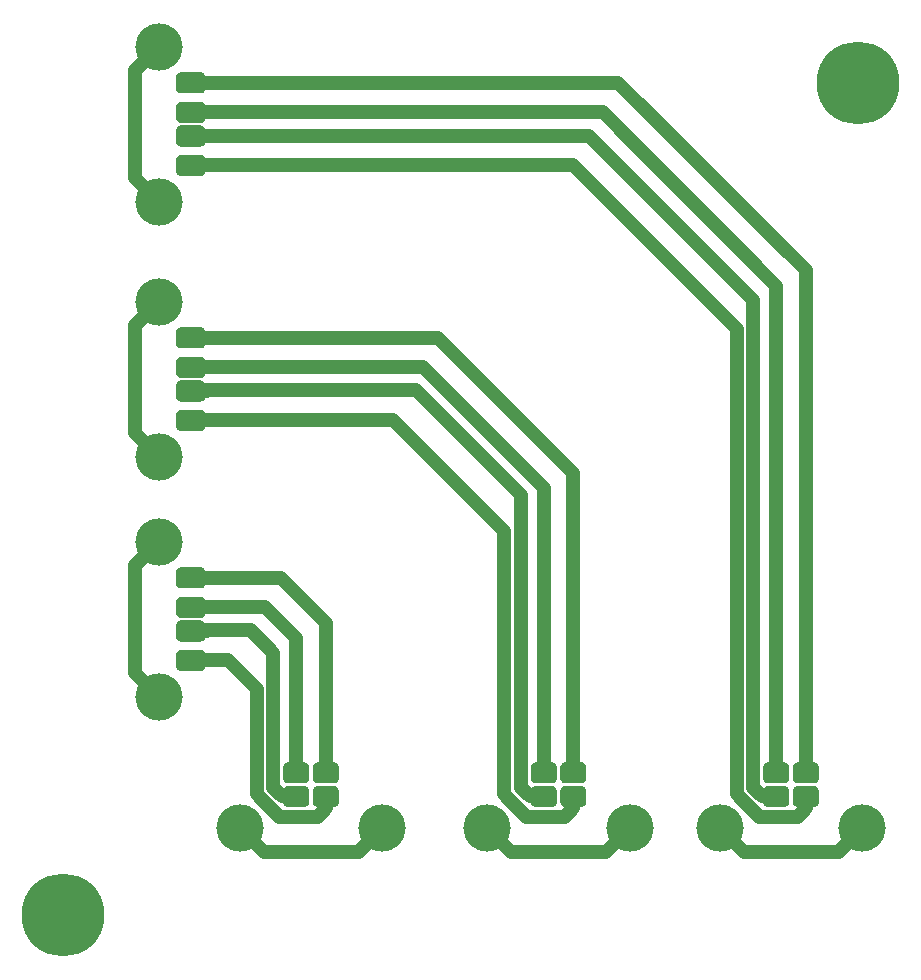
<source format=gbr>
G04 #@! TF.GenerationSoftware,KiCad,Pcbnew,(5.1.4)-1*
G04 #@! TF.CreationDate,2020-11-19T13:50:43+07:00*
G04 #@! TF.ProjectId,serial,73657269-616c-42e6-9b69-6361645f7063,rev?*
G04 #@! TF.SameCoordinates,Original*
G04 #@! TF.FileFunction,Copper,L2,Bot*
G04 #@! TF.FilePolarity,Positive*
%FSLAX46Y46*%
G04 Gerber Fmt 4.6, Leading zero omitted, Abs format (unit mm)*
G04 Created by KiCad (PCBNEW (5.1.4)-1) date 2020-11-19 13:50:43*
%MOMM*%
%LPD*%
G04 APERTURE LIST*
%ADD10C,4.000000*%
%ADD11C,0.100000*%
%ADD12C,1.800000*%
%ADD13C,7.000000*%
%ADD14C,1.200000*%
G04 APERTURE END LIST*
D10*
X72855000Y-83730000D03*
X72855000Y-70590000D03*
D11*
G36*
X76409108Y-72762167D02*
G01*
X76452791Y-72768647D01*
X76495628Y-72779377D01*
X76537208Y-72794254D01*
X76577129Y-72813135D01*
X76615007Y-72835839D01*
X76650477Y-72862145D01*
X76683198Y-72891802D01*
X76712855Y-72924523D01*
X76739161Y-72959993D01*
X76761865Y-72997871D01*
X76780746Y-73037792D01*
X76795623Y-73079372D01*
X76806353Y-73122209D01*
X76812833Y-73165892D01*
X76815000Y-73210000D01*
X76815000Y-74110000D01*
X76812833Y-74154108D01*
X76806353Y-74197791D01*
X76795623Y-74240628D01*
X76780746Y-74282208D01*
X76761865Y-74322129D01*
X76739161Y-74360007D01*
X76712855Y-74395477D01*
X76683198Y-74428198D01*
X76650477Y-74457855D01*
X76615007Y-74484161D01*
X76577129Y-74506865D01*
X76537208Y-74525746D01*
X76495628Y-74540623D01*
X76452791Y-74551353D01*
X76409108Y-74557833D01*
X76365000Y-74560000D01*
X74765000Y-74560000D01*
X74720892Y-74557833D01*
X74677209Y-74551353D01*
X74634372Y-74540623D01*
X74592792Y-74525746D01*
X74552871Y-74506865D01*
X74514993Y-74484161D01*
X74479523Y-74457855D01*
X74446802Y-74428198D01*
X74417145Y-74395477D01*
X74390839Y-74360007D01*
X74368135Y-74322129D01*
X74349254Y-74282208D01*
X74334377Y-74240628D01*
X74323647Y-74197791D01*
X74317167Y-74154108D01*
X74315000Y-74110000D01*
X74315000Y-73210000D01*
X74317167Y-73165892D01*
X74323647Y-73122209D01*
X74334377Y-73079372D01*
X74349254Y-73037792D01*
X74368135Y-72997871D01*
X74390839Y-72959993D01*
X74417145Y-72924523D01*
X74446802Y-72891802D01*
X74479523Y-72862145D01*
X74514993Y-72835839D01*
X74552871Y-72813135D01*
X74592792Y-72794254D01*
X74634372Y-72779377D01*
X74677209Y-72768647D01*
X74720892Y-72762167D01*
X74765000Y-72760000D01*
X76365000Y-72760000D01*
X76409108Y-72762167D01*
X76409108Y-72762167D01*
G37*
D12*
X75565000Y-73660000D03*
D11*
G36*
X76409108Y-75262167D02*
G01*
X76452791Y-75268647D01*
X76495628Y-75279377D01*
X76537208Y-75294254D01*
X76577129Y-75313135D01*
X76615007Y-75335839D01*
X76650477Y-75362145D01*
X76683198Y-75391802D01*
X76712855Y-75424523D01*
X76739161Y-75459993D01*
X76761865Y-75497871D01*
X76780746Y-75537792D01*
X76795623Y-75579372D01*
X76806353Y-75622209D01*
X76812833Y-75665892D01*
X76815000Y-75710000D01*
X76815000Y-76610000D01*
X76812833Y-76654108D01*
X76806353Y-76697791D01*
X76795623Y-76740628D01*
X76780746Y-76782208D01*
X76761865Y-76822129D01*
X76739161Y-76860007D01*
X76712855Y-76895477D01*
X76683198Y-76928198D01*
X76650477Y-76957855D01*
X76615007Y-76984161D01*
X76577129Y-77006865D01*
X76537208Y-77025746D01*
X76495628Y-77040623D01*
X76452791Y-77051353D01*
X76409108Y-77057833D01*
X76365000Y-77060000D01*
X74765000Y-77060000D01*
X74720892Y-77057833D01*
X74677209Y-77051353D01*
X74634372Y-77040623D01*
X74592792Y-77025746D01*
X74552871Y-77006865D01*
X74514993Y-76984161D01*
X74479523Y-76957855D01*
X74446802Y-76928198D01*
X74417145Y-76895477D01*
X74390839Y-76860007D01*
X74368135Y-76822129D01*
X74349254Y-76782208D01*
X74334377Y-76740628D01*
X74323647Y-76697791D01*
X74317167Y-76654108D01*
X74315000Y-76610000D01*
X74315000Y-75710000D01*
X74317167Y-75665892D01*
X74323647Y-75622209D01*
X74334377Y-75579372D01*
X74349254Y-75537792D01*
X74368135Y-75497871D01*
X74390839Y-75459993D01*
X74417145Y-75424523D01*
X74446802Y-75391802D01*
X74479523Y-75362145D01*
X74514993Y-75335839D01*
X74552871Y-75313135D01*
X74592792Y-75294254D01*
X74634372Y-75279377D01*
X74677209Y-75268647D01*
X74720892Y-75262167D01*
X74765000Y-75260000D01*
X76365000Y-75260000D01*
X76409108Y-75262167D01*
X76409108Y-75262167D01*
G37*
D12*
X75565000Y-76160000D03*
D11*
G36*
X76409108Y-77262167D02*
G01*
X76452791Y-77268647D01*
X76495628Y-77279377D01*
X76537208Y-77294254D01*
X76577129Y-77313135D01*
X76615007Y-77335839D01*
X76650477Y-77362145D01*
X76683198Y-77391802D01*
X76712855Y-77424523D01*
X76739161Y-77459993D01*
X76761865Y-77497871D01*
X76780746Y-77537792D01*
X76795623Y-77579372D01*
X76806353Y-77622209D01*
X76812833Y-77665892D01*
X76815000Y-77710000D01*
X76815000Y-78610000D01*
X76812833Y-78654108D01*
X76806353Y-78697791D01*
X76795623Y-78740628D01*
X76780746Y-78782208D01*
X76761865Y-78822129D01*
X76739161Y-78860007D01*
X76712855Y-78895477D01*
X76683198Y-78928198D01*
X76650477Y-78957855D01*
X76615007Y-78984161D01*
X76577129Y-79006865D01*
X76537208Y-79025746D01*
X76495628Y-79040623D01*
X76452791Y-79051353D01*
X76409108Y-79057833D01*
X76365000Y-79060000D01*
X74765000Y-79060000D01*
X74720892Y-79057833D01*
X74677209Y-79051353D01*
X74634372Y-79040623D01*
X74592792Y-79025746D01*
X74552871Y-79006865D01*
X74514993Y-78984161D01*
X74479523Y-78957855D01*
X74446802Y-78928198D01*
X74417145Y-78895477D01*
X74390839Y-78860007D01*
X74368135Y-78822129D01*
X74349254Y-78782208D01*
X74334377Y-78740628D01*
X74323647Y-78697791D01*
X74317167Y-78654108D01*
X74315000Y-78610000D01*
X74315000Y-77710000D01*
X74317167Y-77665892D01*
X74323647Y-77622209D01*
X74334377Y-77579372D01*
X74349254Y-77537792D01*
X74368135Y-77497871D01*
X74390839Y-77459993D01*
X74417145Y-77424523D01*
X74446802Y-77391802D01*
X74479523Y-77362145D01*
X74514993Y-77335839D01*
X74552871Y-77313135D01*
X74592792Y-77294254D01*
X74634372Y-77279377D01*
X74677209Y-77268647D01*
X74720892Y-77262167D01*
X74765000Y-77260000D01*
X76365000Y-77260000D01*
X76409108Y-77262167D01*
X76409108Y-77262167D01*
G37*
D12*
X75565000Y-78160000D03*
D11*
G36*
X76409108Y-79762167D02*
G01*
X76452791Y-79768647D01*
X76495628Y-79779377D01*
X76537208Y-79794254D01*
X76577129Y-79813135D01*
X76615007Y-79835839D01*
X76650477Y-79862145D01*
X76683198Y-79891802D01*
X76712855Y-79924523D01*
X76739161Y-79959993D01*
X76761865Y-79997871D01*
X76780746Y-80037792D01*
X76795623Y-80079372D01*
X76806353Y-80122209D01*
X76812833Y-80165892D01*
X76815000Y-80210000D01*
X76815000Y-81110000D01*
X76812833Y-81154108D01*
X76806353Y-81197791D01*
X76795623Y-81240628D01*
X76780746Y-81282208D01*
X76761865Y-81322129D01*
X76739161Y-81360007D01*
X76712855Y-81395477D01*
X76683198Y-81428198D01*
X76650477Y-81457855D01*
X76615007Y-81484161D01*
X76577129Y-81506865D01*
X76537208Y-81525746D01*
X76495628Y-81540623D01*
X76452791Y-81551353D01*
X76409108Y-81557833D01*
X76365000Y-81560000D01*
X74765000Y-81560000D01*
X74720892Y-81557833D01*
X74677209Y-81551353D01*
X74634372Y-81540623D01*
X74592792Y-81525746D01*
X74552871Y-81506865D01*
X74514993Y-81484161D01*
X74479523Y-81457855D01*
X74446802Y-81428198D01*
X74417145Y-81395477D01*
X74390839Y-81360007D01*
X74368135Y-81322129D01*
X74349254Y-81282208D01*
X74334377Y-81240628D01*
X74323647Y-81197791D01*
X74317167Y-81154108D01*
X74315000Y-81110000D01*
X74315000Y-80210000D01*
X74317167Y-80165892D01*
X74323647Y-80122209D01*
X74334377Y-80079372D01*
X74349254Y-80037792D01*
X74368135Y-79997871D01*
X74390839Y-79959993D01*
X74417145Y-79924523D01*
X74446802Y-79891802D01*
X74479523Y-79862145D01*
X74514993Y-79835839D01*
X74552871Y-79813135D01*
X74592792Y-79794254D01*
X74634372Y-79779377D01*
X74677209Y-79768647D01*
X74720892Y-79762167D01*
X74765000Y-79760000D01*
X76365000Y-79760000D01*
X76409108Y-79762167D01*
X76409108Y-79762167D01*
G37*
D12*
X75565000Y-80660000D03*
D11*
G36*
X87689108Y-89272167D02*
G01*
X87732791Y-89278647D01*
X87775628Y-89289377D01*
X87817208Y-89304254D01*
X87857129Y-89323135D01*
X87895007Y-89345839D01*
X87930477Y-89372145D01*
X87963198Y-89401802D01*
X87992855Y-89434523D01*
X88019161Y-89469993D01*
X88041865Y-89507871D01*
X88060746Y-89547792D01*
X88075623Y-89589372D01*
X88086353Y-89632209D01*
X88092833Y-89675892D01*
X88095000Y-89720000D01*
X88095000Y-90620000D01*
X88092833Y-90664108D01*
X88086353Y-90707791D01*
X88075623Y-90750628D01*
X88060746Y-90792208D01*
X88041865Y-90832129D01*
X88019161Y-90870007D01*
X87992855Y-90905477D01*
X87963198Y-90938198D01*
X87930477Y-90967855D01*
X87895007Y-90994161D01*
X87857129Y-91016865D01*
X87817208Y-91035746D01*
X87775628Y-91050623D01*
X87732791Y-91061353D01*
X87689108Y-91067833D01*
X87645000Y-91070000D01*
X86345000Y-91070000D01*
X86300892Y-91067833D01*
X86257209Y-91061353D01*
X86214372Y-91050623D01*
X86172792Y-91035746D01*
X86132871Y-91016865D01*
X86094993Y-90994161D01*
X86059523Y-90967855D01*
X86026802Y-90938198D01*
X85997145Y-90905477D01*
X85970839Y-90870007D01*
X85948135Y-90832129D01*
X85929254Y-90792208D01*
X85914377Y-90750628D01*
X85903647Y-90707791D01*
X85897167Y-90664108D01*
X85895000Y-90620000D01*
X85895000Y-89720000D01*
X85897167Y-89675892D01*
X85903647Y-89632209D01*
X85914377Y-89589372D01*
X85929254Y-89547792D01*
X85948135Y-89507871D01*
X85970839Y-89469993D01*
X85997145Y-89434523D01*
X86026802Y-89401802D01*
X86059523Y-89372145D01*
X86094993Y-89345839D01*
X86132871Y-89323135D01*
X86172792Y-89304254D01*
X86214372Y-89289377D01*
X86257209Y-89278647D01*
X86300892Y-89272167D01*
X86345000Y-89270000D01*
X87645000Y-89270000D01*
X87689108Y-89272167D01*
X87689108Y-89272167D01*
G37*
D12*
X86995000Y-90170000D03*
D11*
G36*
X85189108Y-89272167D02*
G01*
X85232791Y-89278647D01*
X85275628Y-89289377D01*
X85317208Y-89304254D01*
X85357129Y-89323135D01*
X85395007Y-89345839D01*
X85430477Y-89372145D01*
X85463198Y-89401802D01*
X85492855Y-89434523D01*
X85519161Y-89469993D01*
X85541865Y-89507871D01*
X85560746Y-89547792D01*
X85575623Y-89589372D01*
X85586353Y-89632209D01*
X85592833Y-89675892D01*
X85595000Y-89720000D01*
X85595000Y-90620000D01*
X85592833Y-90664108D01*
X85586353Y-90707791D01*
X85575623Y-90750628D01*
X85560746Y-90792208D01*
X85541865Y-90832129D01*
X85519161Y-90870007D01*
X85492855Y-90905477D01*
X85463198Y-90938198D01*
X85430477Y-90967855D01*
X85395007Y-90994161D01*
X85357129Y-91016865D01*
X85317208Y-91035746D01*
X85275628Y-91050623D01*
X85232791Y-91061353D01*
X85189108Y-91067833D01*
X85145000Y-91070000D01*
X83845000Y-91070000D01*
X83800892Y-91067833D01*
X83757209Y-91061353D01*
X83714372Y-91050623D01*
X83672792Y-91035746D01*
X83632871Y-91016865D01*
X83594993Y-90994161D01*
X83559523Y-90967855D01*
X83526802Y-90938198D01*
X83497145Y-90905477D01*
X83470839Y-90870007D01*
X83448135Y-90832129D01*
X83429254Y-90792208D01*
X83414377Y-90750628D01*
X83403647Y-90707791D01*
X83397167Y-90664108D01*
X83395000Y-90620000D01*
X83395000Y-89720000D01*
X83397167Y-89675892D01*
X83403647Y-89632209D01*
X83414377Y-89589372D01*
X83429254Y-89547792D01*
X83448135Y-89507871D01*
X83470839Y-89469993D01*
X83497145Y-89434523D01*
X83526802Y-89401802D01*
X83559523Y-89372145D01*
X83594993Y-89345839D01*
X83632871Y-89323135D01*
X83672792Y-89304254D01*
X83714372Y-89289377D01*
X83757209Y-89278647D01*
X83800892Y-89272167D01*
X83845000Y-89270000D01*
X85145000Y-89270000D01*
X85189108Y-89272167D01*
X85189108Y-89272167D01*
G37*
D12*
X84495000Y-90170000D03*
D11*
G36*
X85189108Y-91272167D02*
G01*
X85232791Y-91278647D01*
X85275628Y-91289377D01*
X85317208Y-91304254D01*
X85357129Y-91323135D01*
X85395007Y-91345839D01*
X85430477Y-91372145D01*
X85463198Y-91401802D01*
X85492855Y-91434523D01*
X85519161Y-91469993D01*
X85541865Y-91507871D01*
X85560746Y-91547792D01*
X85575623Y-91589372D01*
X85586353Y-91632209D01*
X85592833Y-91675892D01*
X85595000Y-91720000D01*
X85595000Y-92620000D01*
X85592833Y-92664108D01*
X85586353Y-92707791D01*
X85575623Y-92750628D01*
X85560746Y-92792208D01*
X85541865Y-92832129D01*
X85519161Y-92870007D01*
X85492855Y-92905477D01*
X85463198Y-92938198D01*
X85430477Y-92967855D01*
X85395007Y-92994161D01*
X85357129Y-93016865D01*
X85317208Y-93035746D01*
X85275628Y-93050623D01*
X85232791Y-93061353D01*
X85189108Y-93067833D01*
X85145000Y-93070000D01*
X83845000Y-93070000D01*
X83800892Y-93067833D01*
X83757209Y-93061353D01*
X83714372Y-93050623D01*
X83672792Y-93035746D01*
X83632871Y-93016865D01*
X83594993Y-92994161D01*
X83559523Y-92967855D01*
X83526802Y-92938198D01*
X83497145Y-92905477D01*
X83470839Y-92870007D01*
X83448135Y-92832129D01*
X83429254Y-92792208D01*
X83414377Y-92750628D01*
X83403647Y-92707791D01*
X83397167Y-92664108D01*
X83395000Y-92620000D01*
X83395000Y-91720000D01*
X83397167Y-91675892D01*
X83403647Y-91632209D01*
X83414377Y-91589372D01*
X83429254Y-91547792D01*
X83448135Y-91507871D01*
X83470839Y-91469993D01*
X83497145Y-91434523D01*
X83526802Y-91401802D01*
X83559523Y-91372145D01*
X83594993Y-91345839D01*
X83632871Y-91323135D01*
X83672792Y-91304254D01*
X83714372Y-91289377D01*
X83757209Y-91278647D01*
X83800892Y-91272167D01*
X83845000Y-91270000D01*
X85145000Y-91270000D01*
X85189108Y-91272167D01*
X85189108Y-91272167D01*
G37*
D12*
X84495000Y-92170000D03*
D11*
G36*
X87689108Y-91272167D02*
G01*
X87732791Y-91278647D01*
X87775628Y-91289377D01*
X87817208Y-91304254D01*
X87857129Y-91323135D01*
X87895007Y-91345839D01*
X87930477Y-91372145D01*
X87963198Y-91401802D01*
X87992855Y-91434523D01*
X88019161Y-91469993D01*
X88041865Y-91507871D01*
X88060746Y-91547792D01*
X88075623Y-91589372D01*
X88086353Y-91632209D01*
X88092833Y-91675892D01*
X88095000Y-91720000D01*
X88095000Y-92620000D01*
X88092833Y-92664108D01*
X88086353Y-92707791D01*
X88075623Y-92750628D01*
X88060746Y-92792208D01*
X88041865Y-92832129D01*
X88019161Y-92870007D01*
X87992855Y-92905477D01*
X87963198Y-92938198D01*
X87930477Y-92967855D01*
X87895007Y-92994161D01*
X87857129Y-93016865D01*
X87817208Y-93035746D01*
X87775628Y-93050623D01*
X87732791Y-93061353D01*
X87689108Y-93067833D01*
X87645000Y-93070000D01*
X86345000Y-93070000D01*
X86300892Y-93067833D01*
X86257209Y-93061353D01*
X86214372Y-93050623D01*
X86172792Y-93035746D01*
X86132871Y-93016865D01*
X86094993Y-92994161D01*
X86059523Y-92967855D01*
X86026802Y-92938198D01*
X85997145Y-92905477D01*
X85970839Y-92870007D01*
X85948135Y-92832129D01*
X85929254Y-92792208D01*
X85914377Y-92750628D01*
X85903647Y-92707791D01*
X85897167Y-92664108D01*
X85895000Y-92620000D01*
X85895000Y-91720000D01*
X85897167Y-91675892D01*
X85903647Y-91632209D01*
X85914377Y-91589372D01*
X85929254Y-91547792D01*
X85948135Y-91507871D01*
X85970839Y-91469993D01*
X85997145Y-91434523D01*
X86026802Y-91401802D01*
X86059523Y-91372145D01*
X86094993Y-91345839D01*
X86132871Y-91323135D01*
X86172792Y-91304254D01*
X86214372Y-91289377D01*
X86257209Y-91278647D01*
X86300892Y-91272167D01*
X86345000Y-91270000D01*
X87645000Y-91270000D01*
X87689108Y-91272167D01*
X87689108Y-91272167D01*
G37*
D12*
X86995000Y-92170000D03*
D10*
X91765000Y-94880000D03*
X79725000Y-94880000D03*
D11*
G36*
X76409108Y-59442167D02*
G01*
X76452791Y-59448647D01*
X76495628Y-59459377D01*
X76537208Y-59474254D01*
X76577129Y-59493135D01*
X76615007Y-59515839D01*
X76650477Y-59542145D01*
X76683198Y-59571802D01*
X76712855Y-59604523D01*
X76739161Y-59639993D01*
X76761865Y-59677871D01*
X76780746Y-59717792D01*
X76795623Y-59759372D01*
X76806353Y-59802209D01*
X76812833Y-59845892D01*
X76815000Y-59890000D01*
X76815000Y-60790000D01*
X76812833Y-60834108D01*
X76806353Y-60877791D01*
X76795623Y-60920628D01*
X76780746Y-60962208D01*
X76761865Y-61002129D01*
X76739161Y-61040007D01*
X76712855Y-61075477D01*
X76683198Y-61108198D01*
X76650477Y-61137855D01*
X76615007Y-61164161D01*
X76577129Y-61186865D01*
X76537208Y-61205746D01*
X76495628Y-61220623D01*
X76452791Y-61231353D01*
X76409108Y-61237833D01*
X76365000Y-61240000D01*
X74765000Y-61240000D01*
X74720892Y-61237833D01*
X74677209Y-61231353D01*
X74634372Y-61220623D01*
X74592792Y-61205746D01*
X74552871Y-61186865D01*
X74514993Y-61164161D01*
X74479523Y-61137855D01*
X74446802Y-61108198D01*
X74417145Y-61075477D01*
X74390839Y-61040007D01*
X74368135Y-61002129D01*
X74349254Y-60962208D01*
X74334377Y-60920628D01*
X74323647Y-60877791D01*
X74317167Y-60834108D01*
X74315000Y-60790000D01*
X74315000Y-59890000D01*
X74317167Y-59845892D01*
X74323647Y-59802209D01*
X74334377Y-59759372D01*
X74349254Y-59717792D01*
X74368135Y-59677871D01*
X74390839Y-59639993D01*
X74417145Y-59604523D01*
X74446802Y-59571802D01*
X74479523Y-59542145D01*
X74514993Y-59515839D01*
X74552871Y-59493135D01*
X74592792Y-59474254D01*
X74634372Y-59459377D01*
X74677209Y-59448647D01*
X74720892Y-59442167D01*
X74765000Y-59440000D01*
X76365000Y-59440000D01*
X76409108Y-59442167D01*
X76409108Y-59442167D01*
G37*
D12*
X75565000Y-60340000D03*
D11*
G36*
X76409108Y-56942167D02*
G01*
X76452791Y-56948647D01*
X76495628Y-56959377D01*
X76537208Y-56974254D01*
X76577129Y-56993135D01*
X76615007Y-57015839D01*
X76650477Y-57042145D01*
X76683198Y-57071802D01*
X76712855Y-57104523D01*
X76739161Y-57139993D01*
X76761865Y-57177871D01*
X76780746Y-57217792D01*
X76795623Y-57259372D01*
X76806353Y-57302209D01*
X76812833Y-57345892D01*
X76815000Y-57390000D01*
X76815000Y-58290000D01*
X76812833Y-58334108D01*
X76806353Y-58377791D01*
X76795623Y-58420628D01*
X76780746Y-58462208D01*
X76761865Y-58502129D01*
X76739161Y-58540007D01*
X76712855Y-58575477D01*
X76683198Y-58608198D01*
X76650477Y-58637855D01*
X76615007Y-58664161D01*
X76577129Y-58686865D01*
X76537208Y-58705746D01*
X76495628Y-58720623D01*
X76452791Y-58731353D01*
X76409108Y-58737833D01*
X76365000Y-58740000D01*
X74765000Y-58740000D01*
X74720892Y-58737833D01*
X74677209Y-58731353D01*
X74634372Y-58720623D01*
X74592792Y-58705746D01*
X74552871Y-58686865D01*
X74514993Y-58664161D01*
X74479523Y-58637855D01*
X74446802Y-58608198D01*
X74417145Y-58575477D01*
X74390839Y-58540007D01*
X74368135Y-58502129D01*
X74349254Y-58462208D01*
X74334377Y-58420628D01*
X74323647Y-58377791D01*
X74317167Y-58334108D01*
X74315000Y-58290000D01*
X74315000Y-57390000D01*
X74317167Y-57345892D01*
X74323647Y-57302209D01*
X74334377Y-57259372D01*
X74349254Y-57217792D01*
X74368135Y-57177871D01*
X74390839Y-57139993D01*
X74417145Y-57104523D01*
X74446802Y-57071802D01*
X74479523Y-57042145D01*
X74514993Y-57015839D01*
X74552871Y-56993135D01*
X74592792Y-56974254D01*
X74634372Y-56959377D01*
X74677209Y-56948647D01*
X74720892Y-56942167D01*
X74765000Y-56940000D01*
X76365000Y-56940000D01*
X76409108Y-56942167D01*
X76409108Y-56942167D01*
G37*
D12*
X75565000Y-57840000D03*
D11*
G36*
X76409108Y-54942167D02*
G01*
X76452791Y-54948647D01*
X76495628Y-54959377D01*
X76537208Y-54974254D01*
X76577129Y-54993135D01*
X76615007Y-55015839D01*
X76650477Y-55042145D01*
X76683198Y-55071802D01*
X76712855Y-55104523D01*
X76739161Y-55139993D01*
X76761865Y-55177871D01*
X76780746Y-55217792D01*
X76795623Y-55259372D01*
X76806353Y-55302209D01*
X76812833Y-55345892D01*
X76815000Y-55390000D01*
X76815000Y-56290000D01*
X76812833Y-56334108D01*
X76806353Y-56377791D01*
X76795623Y-56420628D01*
X76780746Y-56462208D01*
X76761865Y-56502129D01*
X76739161Y-56540007D01*
X76712855Y-56575477D01*
X76683198Y-56608198D01*
X76650477Y-56637855D01*
X76615007Y-56664161D01*
X76577129Y-56686865D01*
X76537208Y-56705746D01*
X76495628Y-56720623D01*
X76452791Y-56731353D01*
X76409108Y-56737833D01*
X76365000Y-56740000D01*
X74765000Y-56740000D01*
X74720892Y-56737833D01*
X74677209Y-56731353D01*
X74634372Y-56720623D01*
X74592792Y-56705746D01*
X74552871Y-56686865D01*
X74514993Y-56664161D01*
X74479523Y-56637855D01*
X74446802Y-56608198D01*
X74417145Y-56575477D01*
X74390839Y-56540007D01*
X74368135Y-56502129D01*
X74349254Y-56462208D01*
X74334377Y-56420628D01*
X74323647Y-56377791D01*
X74317167Y-56334108D01*
X74315000Y-56290000D01*
X74315000Y-55390000D01*
X74317167Y-55345892D01*
X74323647Y-55302209D01*
X74334377Y-55259372D01*
X74349254Y-55217792D01*
X74368135Y-55177871D01*
X74390839Y-55139993D01*
X74417145Y-55104523D01*
X74446802Y-55071802D01*
X74479523Y-55042145D01*
X74514993Y-55015839D01*
X74552871Y-54993135D01*
X74592792Y-54974254D01*
X74634372Y-54959377D01*
X74677209Y-54948647D01*
X74720892Y-54942167D01*
X74765000Y-54940000D01*
X76365000Y-54940000D01*
X76409108Y-54942167D01*
X76409108Y-54942167D01*
G37*
D12*
X75565000Y-55840000D03*
D11*
G36*
X76409108Y-52442167D02*
G01*
X76452791Y-52448647D01*
X76495628Y-52459377D01*
X76537208Y-52474254D01*
X76577129Y-52493135D01*
X76615007Y-52515839D01*
X76650477Y-52542145D01*
X76683198Y-52571802D01*
X76712855Y-52604523D01*
X76739161Y-52639993D01*
X76761865Y-52677871D01*
X76780746Y-52717792D01*
X76795623Y-52759372D01*
X76806353Y-52802209D01*
X76812833Y-52845892D01*
X76815000Y-52890000D01*
X76815000Y-53790000D01*
X76812833Y-53834108D01*
X76806353Y-53877791D01*
X76795623Y-53920628D01*
X76780746Y-53962208D01*
X76761865Y-54002129D01*
X76739161Y-54040007D01*
X76712855Y-54075477D01*
X76683198Y-54108198D01*
X76650477Y-54137855D01*
X76615007Y-54164161D01*
X76577129Y-54186865D01*
X76537208Y-54205746D01*
X76495628Y-54220623D01*
X76452791Y-54231353D01*
X76409108Y-54237833D01*
X76365000Y-54240000D01*
X74765000Y-54240000D01*
X74720892Y-54237833D01*
X74677209Y-54231353D01*
X74634372Y-54220623D01*
X74592792Y-54205746D01*
X74552871Y-54186865D01*
X74514993Y-54164161D01*
X74479523Y-54137855D01*
X74446802Y-54108198D01*
X74417145Y-54075477D01*
X74390839Y-54040007D01*
X74368135Y-54002129D01*
X74349254Y-53962208D01*
X74334377Y-53920628D01*
X74323647Y-53877791D01*
X74317167Y-53834108D01*
X74315000Y-53790000D01*
X74315000Y-52890000D01*
X74317167Y-52845892D01*
X74323647Y-52802209D01*
X74334377Y-52759372D01*
X74349254Y-52717792D01*
X74368135Y-52677871D01*
X74390839Y-52639993D01*
X74417145Y-52604523D01*
X74446802Y-52571802D01*
X74479523Y-52542145D01*
X74514993Y-52515839D01*
X74552871Y-52493135D01*
X74592792Y-52474254D01*
X74634372Y-52459377D01*
X74677209Y-52448647D01*
X74720892Y-52442167D01*
X74765000Y-52440000D01*
X76365000Y-52440000D01*
X76409108Y-52442167D01*
X76409108Y-52442167D01*
G37*
D12*
X75565000Y-53340000D03*
D10*
X72855000Y-50270000D03*
X72855000Y-63410000D03*
X72855000Y-41820000D03*
X72855000Y-28680000D03*
D11*
G36*
X76409108Y-30852167D02*
G01*
X76452791Y-30858647D01*
X76495628Y-30869377D01*
X76537208Y-30884254D01*
X76577129Y-30903135D01*
X76615007Y-30925839D01*
X76650477Y-30952145D01*
X76683198Y-30981802D01*
X76712855Y-31014523D01*
X76739161Y-31049993D01*
X76761865Y-31087871D01*
X76780746Y-31127792D01*
X76795623Y-31169372D01*
X76806353Y-31212209D01*
X76812833Y-31255892D01*
X76815000Y-31300000D01*
X76815000Y-32200000D01*
X76812833Y-32244108D01*
X76806353Y-32287791D01*
X76795623Y-32330628D01*
X76780746Y-32372208D01*
X76761865Y-32412129D01*
X76739161Y-32450007D01*
X76712855Y-32485477D01*
X76683198Y-32518198D01*
X76650477Y-32547855D01*
X76615007Y-32574161D01*
X76577129Y-32596865D01*
X76537208Y-32615746D01*
X76495628Y-32630623D01*
X76452791Y-32641353D01*
X76409108Y-32647833D01*
X76365000Y-32650000D01*
X74765000Y-32650000D01*
X74720892Y-32647833D01*
X74677209Y-32641353D01*
X74634372Y-32630623D01*
X74592792Y-32615746D01*
X74552871Y-32596865D01*
X74514993Y-32574161D01*
X74479523Y-32547855D01*
X74446802Y-32518198D01*
X74417145Y-32485477D01*
X74390839Y-32450007D01*
X74368135Y-32412129D01*
X74349254Y-32372208D01*
X74334377Y-32330628D01*
X74323647Y-32287791D01*
X74317167Y-32244108D01*
X74315000Y-32200000D01*
X74315000Y-31300000D01*
X74317167Y-31255892D01*
X74323647Y-31212209D01*
X74334377Y-31169372D01*
X74349254Y-31127792D01*
X74368135Y-31087871D01*
X74390839Y-31049993D01*
X74417145Y-31014523D01*
X74446802Y-30981802D01*
X74479523Y-30952145D01*
X74514993Y-30925839D01*
X74552871Y-30903135D01*
X74592792Y-30884254D01*
X74634372Y-30869377D01*
X74677209Y-30858647D01*
X74720892Y-30852167D01*
X74765000Y-30850000D01*
X76365000Y-30850000D01*
X76409108Y-30852167D01*
X76409108Y-30852167D01*
G37*
D12*
X75565000Y-31750000D03*
D11*
G36*
X76409108Y-33352167D02*
G01*
X76452791Y-33358647D01*
X76495628Y-33369377D01*
X76537208Y-33384254D01*
X76577129Y-33403135D01*
X76615007Y-33425839D01*
X76650477Y-33452145D01*
X76683198Y-33481802D01*
X76712855Y-33514523D01*
X76739161Y-33549993D01*
X76761865Y-33587871D01*
X76780746Y-33627792D01*
X76795623Y-33669372D01*
X76806353Y-33712209D01*
X76812833Y-33755892D01*
X76815000Y-33800000D01*
X76815000Y-34700000D01*
X76812833Y-34744108D01*
X76806353Y-34787791D01*
X76795623Y-34830628D01*
X76780746Y-34872208D01*
X76761865Y-34912129D01*
X76739161Y-34950007D01*
X76712855Y-34985477D01*
X76683198Y-35018198D01*
X76650477Y-35047855D01*
X76615007Y-35074161D01*
X76577129Y-35096865D01*
X76537208Y-35115746D01*
X76495628Y-35130623D01*
X76452791Y-35141353D01*
X76409108Y-35147833D01*
X76365000Y-35150000D01*
X74765000Y-35150000D01*
X74720892Y-35147833D01*
X74677209Y-35141353D01*
X74634372Y-35130623D01*
X74592792Y-35115746D01*
X74552871Y-35096865D01*
X74514993Y-35074161D01*
X74479523Y-35047855D01*
X74446802Y-35018198D01*
X74417145Y-34985477D01*
X74390839Y-34950007D01*
X74368135Y-34912129D01*
X74349254Y-34872208D01*
X74334377Y-34830628D01*
X74323647Y-34787791D01*
X74317167Y-34744108D01*
X74315000Y-34700000D01*
X74315000Y-33800000D01*
X74317167Y-33755892D01*
X74323647Y-33712209D01*
X74334377Y-33669372D01*
X74349254Y-33627792D01*
X74368135Y-33587871D01*
X74390839Y-33549993D01*
X74417145Y-33514523D01*
X74446802Y-33481802D01*
X74479523Y-33452145D01*
X74514993Y-33425839D01*
X74552871Y-33403135D01*
X74592792Y-33384254D01*
X74634372Y-33369377D01*
X74677209Y-33358647D01*
X74720892Y-33352167D01*
X74765000Y-33350000D01*
X76365000Y-33350000D01*
X76409108Y-33352167D01*
X76409108Y-33352167D01*
G37*
D12*
X75565000Y-34250000D03*
D11*
G36*
X76409108Y-35352167D02*
G01*
X76452791Y-35358647D01*
X76495628Y-35369377D01*
X76537208Y-35384254D01*
X76577129Y-35403135D01*
X76615007Y-35425839D01*
X76650477Y-35452145D01*
X76683198Y-35481802D01*
X76712855Y-35514523D01*
X76739161Y-35549993D01*
X76761865Y-35587871D01*
X76780746Y-35627792D01*
X76795623Y-35669372D01*
X76806353Y-35712209D01*
X76812833Y-35755892D01*
X76815000Y-35800000D01*
X76815000Y-36700000D01*
X76812833Y-36744108D01*
X76806353Y-36787791D01*
X76795623Y-36830628D01*
X76780746Y-36872208D01*
X76761865Y-36912129D01*
X76739161Y-36950007D01*
X76712855Y-36985477D01*
X76683198Y-37018198D01*
X76650477Y-37047855D01*
X76615007Y-37074161D01*
X76577129Y-37096865D01*
X76537208Y-37115746D01*
X76495628Y-37130623D01*
X76452791Y-37141353D01*
X76409108Y-37147833D01*
X76365000Y-37150000D01*
X74765000Y-37150000D01*
X74720892Y-37147833D01*
X74677209Y-37141353D01*
X74634372Y-37130623D01*
X74592792Y-37115746D01*
X74552871Y-37096865D01*
X74514993Y-37074161D01*
X74479523Y-37047855D01*
X74446802Y-37018198D01*
X74417145Y-36985477D01*
X74390839Y-36950007D01*
X74368135Y-36912129D01*
X74349254Y-36872208D01*
X74334377Y-36830628D01*
X74323647Y-36787791D01*
X74317167Y-36744108D01*
X74315000Y-36700000D01*
X74315000Y-35800000D01*
X74317167Y-35755892D01*
X74323647Y-35712209D01*
X74334377Y-35669372D01*
X74349254Y-35627792D01*
X74368135Y-35587871D01*
X74390839Y-35549993D01*
X74417145Y-35514523D01*
X74446802Y-35481802D01*
X74479523Y-35452145D01*
X74514993Y-35425839D01*
X74552871Y-35403135D01*
X74592792Y-35384254D01*
X74634372Y-35369377D01*
X74677209Y-35358647D01*
X74720892Y-35352167D01*
X74765000Y-35350000D01*
X76365000Y-35350000D01*
X76409108Y-35352167D01*
X76409108Y-35352167D01*
G37*
D12*
X75565000Y-36250000D03*
D11*
G36*
X76409108Y-37852167D02*
G01*
X76452791Y-37858647D01*
X76495628Y-37869377D01*
X76537208Y-37884254D01*
X76577129Y-37903135D01*
X76615007Y-37925839D01*
X76650477Y-37952145D01*
X76683198Y-37981802D01*
X76712855Y-38014523D01*
X76739161Y-38049993D01*
X76761865Y-38087871D01*
X76780746Y-38127792D01*
X76795623Y-38169372D01*
X76806353Y-38212209D01*
X76812833Y-38255892D01*
X76815000Y-38300000D01*
X76815000Y-39200000D01*
X76812833Y-39244108D01*
X76806353Y-39287791D01*
X76795623Y-39330628D01*
X76780746Y-39372208D01*
X76761865Y-39412129D01*
X76739161Y-39450007D01*
X76712855Y-39485477D01*
X76683198Y-39518198D01*
X76650477Y-39547855D01*
X76615007Y-39574161D01*
X76577129Y-39596865D01*
X76537208Y-39615746D01*
X76495628Y-39630623D01*
X76452791Y-39641353D01*
X76409108Y-39647833D01*
X76365000Y-39650000D01*
X74765000Y-39650000D01*
X74720892Y-39647833D01*
X74677209Y-39641353D01*
X74634372Y-39630623D01*
X74592792Y-39615746D01*
X74552871Y-39596865D01*
X74514993Y-39574161D01*
X74479523Y-39547855D01*
X74446802Y-39518198D01*
X74417145Y-39485477D01*
X74390839Y-39450007D01*
X74368135Y-39412129D01*
X74349254Y-39372208D01*
X74334377Y-39330628D01*
X74323647Y-39287791D01*
X74317167Y-39244108D01*
X74315000Y-39200000D01*
X74315000Y-38300000D01*
X74317167Y-38255892D01*
X74323647Y-38212209D01*
X74334377Y-38169372D01*
X74349254Y-38127792D01*
X74368135Y-38087871D01*
X74390839Y-38049993D01*
X74417145Y-38014523D01*
X74446802Y-37981802D01*
X74479523Y-37952145D01*
X74514993Y-37925839D01*
X74552871Y-37903135D01*
X74592792Y-37884254D01*
X74634372Y-37869377D01*
X74677209Y-37858647D01*
X74720892Y-37852167D01*
X74765000Y-37850000D01*
X76365000Y-37850000D01*
X76409108Y-37852167D01*
X76409108Y-37852167D01*
G37*
D12*
X75565000Y-38750000D03*
D10*
X100680000Y-94880000D03*
X112720000Y-94880000D03*
D11*
G36*
X108644108Y-91272167D02*
G01*
X108687791Y-91278647D01*
X108730628Y-91289377D01*
X108772208Y-91304254D01*
X108812129Y-91323135D01*
X108850007Y-91345839D01*
X108885477Y-91372145D01*
X108918198Y-91401802D01*
X108947855Y-91434523D01*
X108974161Y-91469993D01*
X108996865Y-91507871D01*
X109015746Y-91547792D01*
X109030623Y-91589372D01*
X109041353Y-91632209D01*
X109047833Y-91675892D01*
X109050000Y-91720000D01*
X109050000Y-92620000D01*
X109047833Y-92664108D01*
X109041353Y-92707791D01*
X109030623Y-92750628D01*
X109015746Y-92792208D01*
X108996865Y-92832129D01*
X108974161Y-92870007D01*
X108947855Y-92905477D01*
X108918198Y-92938198D01*
X108885477Y-92967855D01*
X108850007Y-92994161D01*
X108812129Y-93016865D01*
X108772208Y-93035746D01*
X108730628Y-93050623D01*
X108687791Y-93061353D01*
X108644108Y-93067833D01*
X108600000Y-93070000D01*
X107300000Y-93070000D01*
X107255892Y-93067833D01*
X107212209Y-93061353D01*
X107169372Y-93050623D01*
X107127792Y-93035746D01*
X107087871Y-93016865D01*
X107049993Y-92994161D01*
X107014523Y-92967855D01*
X106981802Y-92938198D01*
X106952145Y-92905477D01*
X106925839Y-92870007D01*
X106903135Y-92832129D01*
X106884254Y-92792208D01*
X106869377Y-92750628D01*
X106858647Y-92707791D01*
X106852167Y-92664108D01*
X106850000Y-92620000D01*
X106850000Y-91720000D01*
X106852167Y-91675892D01*
X106858647Y-91632209D01*
X106869377Y-91589372D01*
X106884254Y-91547792D01*
X106903135Y-91507871D01*
X106925839Y-91469993D01*
X106952145Y-91434523D01*
X106981802Y-91401802D01*
X107014523Y-91372145D01*
X107049993Y-91345839D01*
X107087871Y-91323135D01*
X107127792Y-91304254D01*
X107169372Y-91289377D01*
X107212209Y-91278647D01*
X107255892Y-91272167D01*
X107300000Y-91270000D01*
X108600000Y-91270000D01*
X108644108Y-91272167D01*
X108644108Y-91272167D01*
G37*
D12*
X107950000Y-92170000D03*
D11*
G36*
X106144108Y-91272167D02*
G01*
X106187791Y-91278647D01*
X106230628Y-91289377D01*
X106272208Y-91304254D01*
X106312129Y-91323135D01*
X106350007Y-91345839D01*
X106385477Y-91372145D01*
X106418198Y-91401802D01*
X106447855Y-91434523D01*
X106474161Y-91469993D01*
X106496865Y-91507871D01*
X106515746Y-91547792D01*
X106530623Y-91589372D01*
X106541353Y-91632209D01*
X106547833Y-91675892D01*
X106550000Y-91720000D01*
X106550000Y-92620000D01*
X106547833Y-92664108D01*
X106541353Y-92707791D01*
X106530623Y-92750628D01*
X106515746Y-92792208D01*
X106496865Y-92832129D01*
X106474161Y-92870007D01*
X106447855Y-92905477D01*
X106418198Y-92938198D01*
X106385477Y-92967855D01*
X106350007Y-92994161D01*
X106312129Y-93016865D01*
X106272208Y-93035746D01*
X106230628Y-93050623D01*
X106187791Y-93061353D01*
X106144108Y-93067833D01*
X106100000Y-93070000D01*
X104800000Y-93070000D01*
X104755892Y-93067833D01*
X104712209Y-93061353D01*
X104669372Y-93050623D01*
X104627792Y-93035746D01*
X104587871Y-93016865D01*
X104549993Y-92994161D01*
X104514523Y-92967855D01*
X104481802Y-92938198D01*
X104452145Y-92905477D01*
X104425839Y-92870007D01*
X104403135Y-92832129D01*
X104384254Y-92792208D01*
X104369377Y-92750628D01*
X104358647Y-92707791D01*
X104352167Y-92664108D01*
X104350000Y-92620000D01*
X104350000Y-91720000D01*
X104352167Y-91675892D01*
X104358647Y-91632209D01*
X104369377Y-91589372D01*
X104384254Y-91547792D01*
X104403135Y-91507871D01*
X104425839Y-91469993D01*
X104452145Y-91434523D01*
X104481802Y-91401802D01*
X104514523Y-91372145D01*
X104549993Y-91345839D01*
X104587871Y-91323135D01*
X104627792Y-91304254D01*
X104669372Y-91289377D01*
X104712209Y-91278647D01*
X104755892Y-91272167D01*
X104800000Y-91270000D01*
X106100000Y-91270000D01*
X106144108Y-91272167D01*
X106144108Y-91272167D01*
G37*
D12*
X105450000Y-92170000D03*
D11*
G36*
X106144108Y-89272167D02*
G01*
X106187791Y-89278647D01*
X106230628Y-89289377D01*
X106272208Y-89304254D01*
X106312129Y-89323135D01*
X106350007Y-89345839D01*
X106385477Y-89372145D01*
X106418198Y-89401802D01*
X106447855Y-89434523D01*
X106474161Y-89469993D01*
X106496865Y-89507871D01*
X106515746Y-89547792D01*
X106530623Y-89589372D01*
X106541353Y-89632209D01*
X106547833Y-89675892D01*
X106550000Y-89720000D01*
X106550000Y-90620000D01*
X106547833Y-90664108D01*
X106541353Y-90707791D01*
X106530623Y-90750628D01*
X106515746Y-90792208D01*
X106496865Y-90832129D01*
X106474161Y-90870007D01*
X106447855Y-90905477D01*
X106418198Y-90938198D01*
X106385477Y-90967855D01*
X106350007Y-90994161D01*
X106312129Y-91016865D01*
X106272208Y-91035746D01*
X106230628Y-91050623D01*
X106187791Y-91061353D01*
X106144108Y-91067833D01*
X106100000Y-91070000D01*
X104800000Y-91070000D01*
X104755892Y-91067833D01*
X104712209Y-91061353D01*
X104669372Y-91050623D01*
X104627792Y-91035746D01*
X104587871Y-91016865D01*
X104549993Y-90994161D01*
X104514523Y-90967855D01*
X104481802Y-90938198D01*
X104452145Y-90905477D01*
X104425839Y-90870007D01*
X104403135Y-90832129D01*
X104384254Y-90792208D01*
X104369377Y-90750628D01*
X104358647Y-90707791D01*
X104352167Y-90664108D01*
X104350000Y-90620000D01*
X104350000Y-89720000D01*
X104352167Y-89675892D01*
X104358647Y-89632209D01*
X104369377Y-89589372D01*
X104384254Y-89547792D01*
X104403135Y-89507871D01*
X104425839Y-89469993D01*
X104452145Y-89434523D01*
X104481802Y-89401802D01*
X104514523Y-89372145D01*
X104549993Y-89345839D01*
X104587871Y-89323135D01*
X104627792Y-89304254D01*
X104669372Y-89289377D01*
X104712209Y-89278647D01*
X104755892Y-89272167D01*
X104800000Y-89270000D01*
X106100000Y-89270000D01*
X106144108Y-89272167D01*
X106144108Y-89272167D01*
G37*
D12*
X105450000Y-90170000D03*
D11*
G36*
X108644108Y-89272167D02*
G01*
X108687791Y-89278647D01*
X108730628Y-89289377D01*
X108772208Y-89304254D01*
X108812129Y-89323135D01*
X108850007Y-89345839D01*
X108885477Y-89372145D01*
X108918198Y-89401802D01*
X108947855Y-89434523D01*
X108974161Y-89469993D01*
X108996865Y-89507871D01*
X109015746Y-89547792D01*
X109030623Y-89589372D01*
X109041353Y-89632209D01*
X109047833Y-89675892D01*
X109050000Y-89720000D01*
X109050000Y-90620000D01*
X109047833Y-90664108D01*
X109041353Y-90707791D01*
X109030623Y-90750628D01*
X109015746Y-90792208D01*
X108996865Y-90832129D01*
X108974161Y-90870007D01*
X108947855Y-90905477D01*
X108918198Y-90938198D01*
X108885477Y-90967855D01*
X108850007Y-90994161D01*
X108812129Y-91016865D01*
X108772208Y-91035746D01*
X108730628Y-91050623D01*
X108687791Y-91061353D01*
X108644108Y-91067833D01*
X108600000Y-91070000D01*
X107300000Y-91070000D01*
X107255892Y-91067833D01*
X107212209Y-91061353D01*
X107169372Y-91050623D01*
X107127792Y-91035746D01*
X107087871Y-91016865D01*
X107049993Y-90994161D01*
X107014523Y-90967855D01*
X106981802Y-90938198D01*
X106952145Y-90905477D01*
X106925839Y-90870007D01*
X106903135Y-90832129D01*
X106884254Y-90792208D01*
X106869377Y-90750628D01*
X106858647Y-90707791D01*
X106852167Y-90664108D01*
X106850000Y-90620000D01*
X106850000Y-89720000D01*
X106852167Y-89675892D01*
X106858647Y-89632209D01*
X106869377Y-89589372D01*
X106884254Y-89547792D01*
X106903135Y-89507871D01*
X106925839Y-89469993D01*
X106952145Y-89434523D01*
X106981802Y-89401802D01*
X107014523Y-89372145D01*
X107049993Y-89345839D01*
X107087871Y-89323135D01*
X107127792Y-89304254D01*
X107169372Y-89289377D01*
X107212209Y-89278647D01*
X107255892Y-89272167D01*
X107300000Y-89270000D01*
X108600000Y-89270000D01*
X108644108Y-89272167D01*
X108644108Y-89272167D01*
G37*
D12*
X107950000Y-90170000D03*
D11*
G36*
X128329108Y-89272167D02*
G01*
X128372791Y-89278647D01*
X128415628Y-89289377D01*
X128457208Y-89304254D01*
X128497129Y-89323135D01*
X128535007Y-89345839D01*
X128570477Y-89372145D01*
X128603198Y-89401802D01*
X128632855Y-89434523D01*
X128659161Y-89469993D01*
X128681865Y-89507871D01*
X128700746Y-89547792D01*
X128715623Y-89589372D01*
X128726353Y-89632209D01*
X128732833Y-89675892D01*
X128735000Y-89720000D01*
X128735000Y-90620000D01*
X128732833Y-90664108D01*
X128726353Y-90707791D01*
X128715623Y-90750628D01*
X128700746Y-90792208D01*
X128681865Y-90832129D01*
X128659161Y-90870007D01*
X128632855Y-90905477D01*
X128603198Y-90938198D01*
X128570477Y-90967855D01*
X128535007Y-90994161D01*
X128497129Y-91016865D01*
X128457208Y-91035746D01*
X128415628Y-91050623D01*
X128372791Y-91061353D01*
X128329108Y-91067833D01*
X128285000Y-91070000D01*
X126985000Y-91070000D01*
X126940892Y-91067833D01*
X126897209Y-91061353D01*
X126854372Y-91050623D01*
X126812792Y-91035746D01*
X126772871Y-91016865D01*
X126734993Y-90994161D01*
X126699523Y-90967855D01*
X126666802Y-90938198D01*
X126637145Y-90905477D01*
X126610839Y-90870007D01*
X126588135Y-90832129D01*
X126569254Y-90792208D01*
X126554377Y-90750628D01*
X126543647Y-90707791D01*
X126537167Y-90664108D01*
X126535000Y-90620000D01*
X126535000Y-89720000D01*
X126537167Y-89675892D01*
X126543647Y-89632209D01*
X126554377Y-89589372D01*
X126569254Y-89547792D01*
X126588135Y-89507871D01*
X126610839Y-89469993D01*
X126637145Y-89434523D01*
X126666802Y-89401802D01*
X126699523Y-89372145D01*
X126734993Y-89345839D01*
X126772871Y-89323135D01*
X126812792Y-89304254D01*
X126854372Y-89289377D01*
X126897209Y-89278647D01*
X126940892Y-89272167D01*
X126985000Y-89270000D01*
X128285000Y-89270000D01*
X128329108Y-89272167D01*
X128329108Y-89272167D01*
G37*
D12*
X127635000Y-90170000D03*
D11*
G36*
X125829108Y-89272167D02*
G01*
X125872791Y-89278647D01*
X125915628Y-89289377D01*
X125957208Y-89304254D01*
X125997129Y-89323135D01*
X126035007Y-89345839D01*
X126070477Y-89372145D01*
X126103198Y-89401802D01*
X126132855Y-89434523D01*
X126159161Y-89469993D01*
X126181865Y-89507871D01*
X126200746Y-89547792D01*
X126215623Y-89589372D01*
X126226353Y-89632209D01*
X126232833Y-89675892D01*
X126235000Y-89720000D01*
X126235000Y-90620000D01*
X126232833Y-90664108D01*
X126226353Y-90707791D01*
X126215623Y-90750628D01*
X126200746Y-90792208D01*
X126181865Y-90832129D01*
X126159161Y-90870007D01*
X126132855Y-90905477D01*
X126103198Y-90938198D01*
X126070477Y-90967855D01*
X126035007Y-90994161D01*
X125997129Y-91016865D01*
X125957208Y-91035746D01*
X125915628Y-91050623D01*
X125872791Y-91061353D01*
X125829108Y-91067833D01*
X125785000Y-91070000D01*
X124485000Y-91070000D01*
X124440892Y-91067833D01*
X124397209Y-91061353D01*
X124354372Y-91050623D01*
X124312792Y-91035746D01*
X124272871Y-91016865D01*
X124234993Y-90994161D01*
X124199523Y-90967855D01*
X124166802Y-90938198D01*
X124137145Y-90905477D01*
X124110839Y-90870007D01*
X124088135Y-90832129D01*
X124069254Y-90792208D01*
X124054377Y-90750628D01*
X124043647Y-90707791D01*
X124037167Y-90664108D01*
X124035000Y-90620000D01*
X124035000Y-89720000D01*
X124037167Y-89675892D01*
X124043647Y-89632209D01*
X124054377Y-89589372D01*
X124069254Y-89547792D01*
X124088135Y-89507871D01*
X124110839Y-89469993D01*
X124137145Y-89434523D01*
X124166802Y-89401802D01*
X124199523Y-89372145D01*
X124234993Y-89345839D01*
X124272871Y-89323135D01*
X124312792Y-89304254D01*
X124354372Y-89289377D01*
X124397209Y-89278647D01*
X124440892Y-89272167D01*
X124485000Y-89270000D01*
X125785000Y-89270000D01*
X125829108Y-89272167D01*
X125829108Y-89272167D01*
G37*
D12*
X125135000Y-90170000D03*
D11*
G36*
X125829108Y-91272167D02*
G01*
X125872791Y-91278647D01*
X125915628Y-91289377D01*
X125957208Y-91304254D01*
X125997129Y-91323135D01*
X126035007Y-91345839D01*
X126070477Y-91372145D01*
X126103198Y-91401802D01*
X126132855Y-91434523D01*
X126159161Y-91469993D01*
X126181865Y-91507871D01*
X126200746Y-91547792D01*
X126215623Y-91589372D01*
X126226353Y-91632209D01*
X126232833Y-91675892D01*
X126235000Y-91720000D01*
X126235000Y-92620000D01*
X126232833Y-92664108D01*
X126226353Y-92707791D01*
X126215623Y-92750628D01*
X126200746Y-92792208D01*
X126181865Y-92832129D01*
X126159161Y-92870007D01*
X126132855Y-92905477D01*
X126103198Y-92938198D01*
X126070477Y-92967855D01*
X126035007Y-92994161D01*
X125997129Y-93016865D01*
X125957208Y-93035746D01*
X125915628Y-93050623D01*
X125872791Y-93061353D01*
X125829108Y-93067833D01*
X125785000Y-93070000D01*
X124485000Y-93070000D01*
X124440892Y-93067833D01*
X124397209Y-93061353D01*
X124354372Y-93050623D01*
X124312792Y-93035746D01*
X124272871Y-93016865D01*
X124234993Y-92994161D01*
X124199523Y-92967855D01*
X124166802Y-92938198D01*
X124137145Y-92905477D01*
X124110839Y-92870007D01*
X124088135Y-92832129D01*
X124069254Y-92792208D01*
X124054377Y-92750628D01*
X124043647Y-92707791D01*
X124037167Y-92664108D01*
X124035000Y-92620000D01*
X124035000Y-91720000D01*
X124037167Y-91675892D01*
X124043647Y-91632209D01*
X124054377Y-91589372D01*
X124069254Y-91547792D01*
X124088135Y-91507871D01*
X124110839Y-91469993D01*
X124137145Y-91434523D01*
X124166802Y-91401802D01*
X124199523Y-91372145D01*
X124234993Y-91345839D01*
X124272871Y-91323135D01*
X124312792Y-91304254D01*
X124354372Y-91289377D01*
X124397209Y-91278647D01*
X124440892Y-91272167D01*
X124485000Y-91270000D01*
X125785000Y-91270000D01*
X125829108Y-91272167D01*
X125829108Y-91272167D01*
G37*
D12*
X125135000Y-92170000D03*
D11*
G36*
X128329108Y-91272167D02*
G01*
X128372791Y-91278647D01*
X128415628Y-91289377D01*
X128457208Y-91304254D01*
X128497129Y-91323135D01*
X128535007Y-91345839D01*
X128570477Y-91372145D01*
X128603198Y-91401802D01*
X128632855Y-91434523D01*
X128659161Y-91469993D01*
X128681865Y-91507871D01*
X128700746Y-91547792D01*
X128715623Y-91589372D01*
X128726353Y-91632209D01*
X128732833Y-91675892D01*
X128735000Y-91720000D01*
X128735000Y-92620000D01*
X128732833Y-92664108D01*
X128726353Y-92707791D01*
X128715623Y-92750628D01*
X128700746Y-92792208D01*
X128681865Y-92832129D01*
X128659161Y-92870007D01*
X128632855Y-92905477D01*
X128603198Y-92938198D01*
X128570477Y-92967855D01*
X128535007Y-92994161D01*
X128497129Y-93016865D01*
X128457208Y-93035746D01*
X128415628Y-93050623D01*
X128372791Y-93061353D01*
X128329108Y-93067833D01*
X128285000Y-93070000D01*
X126985000Y-93070000D01*
X126940892Y-93067833D01*
X126897209Y-93061353D01*
X126854372Y-93050623D01*
X126812792Y-93035746D01*
X126772871Y-93016865D01*
X126734993Y-92994161D01*
X126699523Y-92967855D01*
X126666802Y-92938198D01*
X126637145Y-92905477D01*
X126610839Y-92870007D01*
X126588135Y-92832129D01*
X126569254Y-92792208D01*
X126554377Y-92750628D01*
X126543647Y-92707791D01*
X126537167Y-92664108D01*
X126535000Y-92620000D01*
X126535000Y-91720000D01*
X126537167Y-91675892D01*
X126543647Y-91632209D01*
X126554377Y-91589372D01*
X126569254Y-91547792D01*
X126588135Y-91507871D01*
X126610839Y-91469993D01*
X126637145Y-91434523D01*
X126666802Y-91401802D01*
X126699523Y-91372145D01*
X126734993Y-91345839D01*
X126772871Y-91323135D01*
X126812792Y-91304254D01*
X126854372Y-91289377D01*
X126897209Y-91278647D01*
X126940892Y-91272167D01*
X126985000Y-91270000D01*
X128285000Y-91270000D01*
X128329108Y-91272167D01*
X128329108Y-91272167D01*
G37*
D12*
X127635000Y-92170000D03*
D10*
X132405000Y-94880000D03*
X120365000Y-94880000D03*
D13*
X132080000Y-31750000D03*
X64770000Y-102235000D03*
D14*
X70855001Y-72589999D02*
X72855000Y-70590000D01*
X70855001Y-81730001D02*
X70855001Y-72589999D01*
X72855000Y-83730000D02*
X70855001Y-81730001D01*
X86995000Y-77470000D02*
X86995000Y-90170000D01*
X75565000Y-73660000D02*
X83185000Y-73660000D01*
X83185000Y-73660000D02*
X86995000Y-77470000D01*
X75565000Y-76160000D02*
X81875000Y-76160000D01*
X84495000Y-78780000D02*
X84495000Y-90170000D01*
X81875000Y-76160000D02*
X84495000Y-78780000D01*
X76915000Y-78160000D02*
X76970000Y-78105000D01*
X75565000Y-78160000D02*
X76915000Y-78160000D01*
X76970000Y-78105000D02*
X80645000Y-78105000D01*
X80645000Y-78105000D02*
X82550000Y-80010000D01*
X83295000Y-92170000D02*
X84495000Y-92170000D01*
X82550000Y-91425000D02*
X83295000Y-92170000D01*
X82550000Y-80010000D02*
X82550000Y-91425000D01*
X75565000Y-80660000D02*
X78755000Y-80660000D01*
X78755000Y-80660000D02*
X81149990Y-83054990D01*
X86995000Y-93170000D02*
X86995000Y-92170000D01*
X86294990Y-93870010D02*
X86995000Y-93170000D01*
X83015097Y-93870010D02*
X86294990Y-93870010D01*
X81149990Y-92004903D02*
X83015097Y-93870010D01*
X81149990Y-83054990D02*
X81149990Y-92004903D01*
X89765001Y-96879999D02*
X91765000Y-94880000D01*
X81724999Y-96879999D02*
X89765001Y-96879999D01*
X79725000Y-94880000D02*
X81724999Y-96879999D01*
X76915000Y-60340000D02*
X76930000Y-60325000D01*
X75565000Y-60340000D02*
X76915000Y-60340000D01*
X76930000Y-60325000D02*
X92710000Y-60325000D01*
X107950000Y-93170000D02*
X107950000Y-92170000D01*
X107249990Y-93870010D02*
X107950000Y-93170000D01*
X103970097Y-93870010D02*
X107249990Y-93870010D01*
X102104990Y-92004903D02*
X103970097Y-93870010D01*
X102104990Y-69719990D02*
X102104990Y-92004903D01*
X92710000Y-60325000D02*
X102104990Y-69719990D01*
X104250000Y-92170000D02*
X105450000Y-92170000D01*
X75565000Y-57840000D02*
X76915000Y-57840000D01*
X76915000Y-57840000D02*
X76970000Y-57785000D01*
X76970000Y-57785000D02*
X94615000Y-57785000D01*
X94615000Y-57785000D02*
X103505000Y-66675000D01*
X103505000Y-66675000D02*
X103505000Y-91425000D01*
X103505000Y-91425000D02*
X104250000Y-92170000D01*
X105450000Y-66080000D02*
X105450000Y-90170000D01*
X75565000Y-55840000D02*
X95210000Y-55840000D01*
X95210000Y-55840000D02*
X105450000Y-66080000D01*
X75565000Y-53340000D02*
X96520000Y-53340000D01*
X107950000Y-64770000D02*
X107950000Y-90170000D01*
X96520000Y-53340000D02*
X107950000Y-64770000D01*
X70855001Y-52269999D02*
X72855000Y-50270000D01*
X70855001Y-61410001D02*
X70855001Y-52269999D01*
X72855000Y-63410000D02*
X70855001Y-61410001D01*
X70855001Y-30679999D02*
X72855000Y-28680000D01*
X70855001Y-39820001D02*
X70855001Y-30679999D01*
X72855000Y-41820000D02*
X70855001Y-39820001D01*
X75565000Y-31750000D02*
X111760000Y-31750000D01*
X127635000Y-47625000D02*
X127635000Y-90170000D01*
X111760000Y-31750000D02*
X127635000Y-47625000D01*
X75565000Y-34250000D02*
X110450000Y-34250000D01*
X125135000Y-48935000D02*
X125135000Y-90170000D01*
X110450000Y-34250000D02*
X125135000Y-48935000D01*
X75565000Y-36250000D02*
X109275000Y-36250000D01*
X109275000Y-36250000D02*
X123190000Y-50165000D01*
X123935000Y-92170000D02*
X125135000Y-92170000D01*
X123190000Y-91425000D02*
X123935000Y-92170000D01*
X123190000Y-50165000D02*
X123190000Y-91425000D01*
X75565000Y-38750000D02*
X107965000Y-38750000D01*
X127635000Y-93170000D02*
X127635000Y-92170000D01*
X126934990Y-93870010D02*
X127635000Y-93170000D01*
X123655097Y-93870010D02*
X126934990Y-93870010D01*
X121789990Y-92004903D02*
X123655097Y-93870010D01*
X121789990Y-52574990D02*
X121789990Y-92004903D01*
X107965000Y-38750000D02*
X121789990Y-52574990D01*
X110720001Y-96879999D02*
X112720000Y-94880000D01*
X102679999Y-96879999D02*
X110720001Y-96879999D01*
X100680000Y-94880000D02*
X102679999Y-96879999D01*
X130405001Y-96879999D02*
X132405000Y-94880000D01*
X122364999Y-96879999D02*
X130405001Y-96879999D01*
X120365000Y-94880000D02*
X122364999Y-96879999D01*
M02*

</source>
